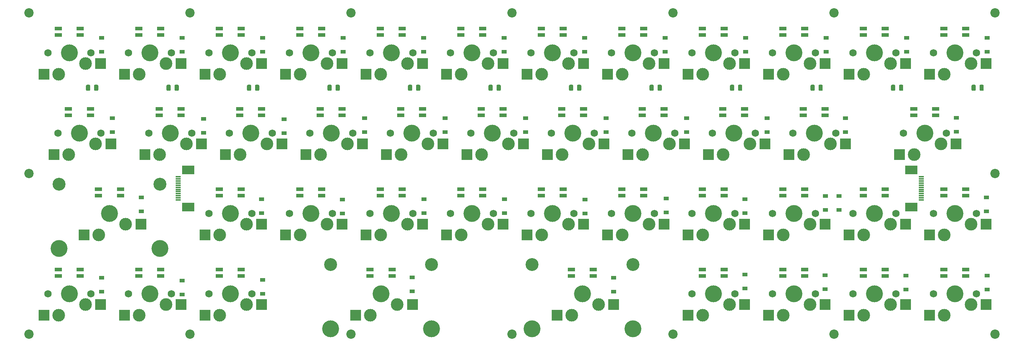
<source format=gbr>
%TF.GenerationSoftware,KiCad,Pcbnew,(5.1.10)-1*%
%TF.CreationDate,2021-09-02T23:13:25-06:00*%
%TF.ProjectId,MX43,4d583433-2e6b-4696-9361-645f70636258,rev?*%
%TF.SameCoordinates,Original*%
%TF.FileFunction,Soldermask,Bot*%
%TF.FilePolarity,Negative*%
%FSLAX46Y46*%
G04 Gerber Fmt 4.6, Leading zero omitted, Abs format (unit mm)*
G04 Created by KiCad (PCBNEW (5.1.10)-1) date 2021-09-02 23:13:25*
%MOMM*%
%LPD*%
G01*
G04 APERTURE LIST*
%ADD10R,1.800000X0.900000*%
%ADD11C,3.050000*%
%ADD12C,4.000000*%
%ADD13R,2.550000X2.500000*%
%ADD14C,3.000000*%
%ADD15C,1.750000*%
%ADD16C,2.200000*%
%ADD17R,3.000000X2.000000*%
%ADD18R,1.300000X0.300000*%
%ADD19R,1.200000X0.900000*%
G04 APERTURE END LIST*
D10*
%TO.C,U39*%
X179772000Y-111040000D03*
X179772000Y-112540000D03*
X184972000Y-111040000D03*
X184972000Y-112540000D03*
D11*
X170434000Y-109840000D03*
D12*
X170434000Y-125080000D03*
X194310000Y-125080000D03*
D11*
X194310000Y-109840000D03*
D13*
X176357000Y-121920000D03*
X189782000Y-119380000D03*
D14*
X179832000Y-121920000D03*
X186182000Y-119380000D03*
D12*
X182372000Y-116840000D03*
%TD*%
D10*
%TO.C,U18*%
X158436000Y-72940000D03*
X158436000Y-74440000D03*
X163636000Y-72940000D03*
X163636000Y-74440000D03*
D13*
X155021000Y-83820000D03*
X168446000Y-81280000D03*
D14*
X158496000Y-83820000D03*
X164846000Y-81280000D03*
D15*
X155956000Y-78740000D03*
X166116000Y-78740000D03*
D12*
X161036000Y-78740000D03*
%TD*%
D10*
%TO.C,U13*%
X60773000Y-72940000D03*
X60773000Y-74440000D03*
X65973000Y-72940000D03*
X65973000Y-74440000D03*
D13*
X57358000Y-83820000D03*
X70783000Y-81280000D03*
D14*
X60833000Y-83820000D03*
X67183000Y-81280000D03*
D15*
X58293000Y-78740000D03*
X68453000Y-78740000D03*
D12*
X63373000Y-78740000D03*
%TD*%
D10*
%TO.C,U20*%
X196536000Y-72940000D03*
X196536000Y-74440000D03*
X201736000Y-72940000D03*
X201736000Y-74440000D03*
D13*
X193121000Y-83820000D03*
X206546000Y-81280000D03*
D14*
X196596000Y-83820000D03*
X202946000Y-81280000D03*
D15*
X194056000Y-78740000D03*
X204216000Y-78740000D03*
D12*
X199136000Y-78740000D03*
%TD*%
D10*
%TO.C,U21*%
X215586000Y-72940000D03*
X215586000Y-74440000D03*
X220786000Y-72940000D03*
X220786000Y-74440000D03*
D13*
X212171000Y-83820000D03*
X225596000Y-81280000D03*
D14*
X215646000Y-83820000D03*
X221996000Y-81280000D03*
D15*
X213106000Y-78740000D03*
X223266000Y-78740000D03*
D12*
X218186000Y-78740000D03*
%TD*%
D10*
%TO.C,U34*%
X267910000Y-91990000D03*
X267910000Y-93490000D03*
X273110000Y-91990000D03*
X273110000Y-93490000D03*
D13*
X264495000Y-102870000D03*
X277920000Y-100330000D03*
D14*
X267970000Y-102870000D03*
X274320000Y-100330000D03*
D15*
X265430000Y-97790000D03*
X275590000Y-97790000D03*
D12*
X270510000Y-97790000D03*
%TD*%
D10*
%TO.C,U43*%
X267910000Y-111040000D03*
X267910000Y-112540000D03*
X273110000Y-111040000D03*
X273110000Y-112540000D03*
D13*
X264495000Y-121920000D03*
X277920000Y-119380000D03*
D14*
X267970000Y-121920000D03*
X274320000Y-119380000D03*
D15*
X265430000Y-116840000D03*
X275590000Y-116840000D03*
D12*
X270510000Y-116840000D03*
%TD*%
D10*
%TO.C,U40*%
X210760000Y-111040000D03*
X210760000Y-112540000D03*
X215960000Y-111040000D03*
X215960000Y-112540000D03*
D13*
X207345000Y-121920000D03*
X220770000Y-119380000D03*
D14*
X210820000Y-121920000D03*
X217170000Y-119380000D03*
D15*
X208280000Y-116840000D03*
X218440000Y-116840000D03*
D12*
X213360000Y-116840000D03*
%TD*%
D10*
%TO.C,U38*%
X132147000Y-111040000D03*
X132147000Y-112540000D03*
X137347000Y-111040000D03*
X137347000Y-112540000D03*
D11*
X122809000Y-109840000D03*
D12*
X122809000Y-125080000D03*
X146685000Y-125080000D03*
D11*
X146685000Y-109840000D03*
D13*
X128732000Y-121920000D03*
X142157000Y-119380000D03*
D14*
X132207000Y-121920000D03*
X138557000Y-119380000D03*
D12*
X134747000Y-116840000D03*
%TD*%
D10*
%TO.C,U35*%
X58360000Y-111040000D03*
X58360000Y-112540000D03*
X63560000Y-111040000D03*
X63560000Y-112540000D03*
D13*
X54945000Y-121920000D03*
X68370000Y-119380000D03*
D14*
X58420000Y-121920000D03*
X64770000Y-119380000D03*
D15*
X55880000Y-116840000D03*
X66040000Y-116840000D03*
D12*
X60960000Y-116840000D03*
%TD*%
D10*
%TO.C,U24*%
X67885000Y-91990000D03*
X67885000Y-93490000D03*
X73085000Y-91990000D03*
X73085000Y-93490000D03*
D11*
X58547000Y-90790000D03*
D12*
X58547000Y-106030000D03*
X82423000Y-106030000D03*
D11*
X82423000Y-90790000D03*
D13*
X64470000Y-102870000D03*
X77895000Y-100330000D03*
D14*
X67945000Y-102870000D03*
X74295000Y-100330000D03*
D12*
X70485000Y-97790000D03*
%TD*%
D10*
%TO.C,U42*%
X248860000Y-111040000D03*
X248860000Y-112540000D03*
X254060000Y-111040000D03*
X254060000Y-112540000D03*
D13*
X245445000Y-121920000D03*
X258870000Y-119380000D03*
D14*
X248920000Y-121920000D03*
X255270000Y-119380000D03*
D15*
X246380000Y-116840000D03*
X256540000Y-116840000D03*
D12*
X251460000Y-116840000D03*
%TD*%
D10*
%TO.C,U23*%
X260798000Y-72940000D03*
X260798000Y-74440000D03*
X265998000Y-72940000D03*
X265998000Y-74440000D03*
D13*
X257383000Y-83820000D03*
X270808000Y-81280000D03*
D14*
X260858000Y-83820000D03*
X267208000Y-81280000D03*
D15*
X258318000Y-78740000D03*
X268478000Y-78740000D03*
D12*
X263398000Y-78740000D03*
%TD*%
D16*
%TO.C,H16*%
X280035000Y-88265000D03*
%TD*%
%TO.C,H15*%
X241935000Y-126365000D03*
%TD*%
%TO.C,H14*%
X165735000Y-126365000D03*
%TD*%
%TO.C,H13*%
X89535000Y-126365000D03*
%TD*%
%TO.C,H12*%
X241935000Y-50165000D03*
%TD*%
%TO.C,H11*%
X165735000Y-50165000D03*
%TD*%
%TO.C,H10*%
X89535000Y-50165000D03*
%TD*%
%TO.C,H9*%
X51435000Y-88265000D03*
%TD*%
D17*
%TO.C,J2*%
X89100000Y-96200000D03*
X89100000Y-87400000D03*
D18*
X86750000Y-89050000D03*
X86750000Y-89550000D03*
X86750000Y-90050000D03*
X86750000Y-90550000D03*
X86750000Y-91050000D03*
X86750000Y-91550000D03*
X86750000Y-92050000D03*
X86750000Y-92550000D03*
X86750000Y-93050000D03*
X86750000Y-93550000D03*
X86750000Y-94050000D03*
X86750000Y-94550000D03*
%TD*%
D17*
%TO.C,J1*%
X260247000Y-87400000D03*
X260247000Y-96200000D03*
D18*
X262597000Y-94550000D03*
X262597000Y-94050000D03*
X262597000Y-93550000D03*
X262597000Y-93050000D03*
X262597000Y-92550000D03*
X262597000Y-92050000D03*
X262597000Y-91550000D03*
X262597000Y-91050000D03*
X262597000Y-90550000D03*
X262597000Y-90050000D03*
X262597000Y-89550000D03*
X262597000Y-89050000D03*
%TD*%
%TO.C,C12*%
G36*
G01*
X276355000Y-68420000D02*
X276355000Y-67470000D01*
G75*
G02*
X276605000Y-67220000I250000J0D01*
G01*
X277105000Y-67220000D01*
G75*
G02*
X277355000Y-67470000I0J-250000D01*
G01*
X277355000Y-68420000D01*
G75*
G02*
X277105000Y-68670000I-250000J0D01*
G01*
X276605000Y-68670000D01*
G75*
G02*
X276355000Y-68420000I0J250000D01*
G01*
G37*
G36*
G01*
X274455000Y-68420000D02*
X274455000Y-67470000D01*
G75*
G02*
X274705000Y-67220000I250000J0D01*
G01*
X275205000Y-67220000D01*
G75*
G02*
X275455000Y-67470000I0J-250000D01*
G01*
X275455000Y-68420000D01*
G75*
G02*
X275205000Y-68670000I-250000J0D01*
G01*
X274705000Y-68670000D01*
G75*
G02*
X274455000Y-68420000I0J250000D01*
G01*
G37*
%TD*%
%TO.C,C11*%
G36*
G01*
X257305000Y-68420000D02*
X257305000Y-67470000D01*
G75*
G02*
X257555000Y-67220000I250000J0D01*
G01*
X258055000Y-67220000D01*
G75*
G02*
X258305000Y-67470000I0J-250000D01*
G01*
X258305000Y-68420000D01*
G75*
G02*
X258055000Y-68670000I-250000J0D01*
G01*
X257555000Y-68670000D01*
G75*
G02*
X257305000Y-68420000I0J250000D01*
G01*
G37*
G36*
G01*
X255405000Y-68420000D02*
X255405000Y-67470000D01*
G75*
G02*
X255655000Y-67220000I250000J0D01*
G01*
X256155000Y-67220000D01*
G75*
G02*
X256405000Y-67470000I0J-250000D01*
G01*
X256405000Y-68420000D01*
G75*
G02*
X256155000Y-68670000I-250000J0D01*
G01*
X255655000Y-68670000D01*
G75*
G02*
X255405000Y-68420000I0J250000D01*
G01*
G37*
%TD*%
%TO.C,C10*%
G36*
G01*
X238255000Y-68420000D02*
X238255000Y-67470000D01*
G75*
G02*
X238505000Y-67220000I250000J0D01*
G01*
X239005000Y-67220000D01*
G75*
G02*
X239255000Y-67470000I0J-250000D01*
G01*
X239255000Y-68420000D01*
G75*
G02*
X239005000Y-68670000I-250000J0D01*
G01*
X238505000Y-68670000D01*
G75*
G02*
X238255000Y-68420000I0J250000D01*
G01*
G37*
G36*
G01*
X236355000Y-68420000D02*
X236355000Y-67470000D01*
G75*
G02*
X236605000Y-67220000I250000J0D01*
G01*
X237105000Y-67220000D01*
G75*
G02*
X237355000Y-67470000I0J-250000D01*
G01*
X237355000Y-68420000D01*
G75*
G02*
X237105000Y-68670000I-250000J0D01*
G01*
X236605000Y-68670000D01*
G75*
G02*
X236355000Y-68420000I0J250000D01*
G01*
G37*
%TD*%
%TO.C,C9*%
G36*
G01*
X219205000Y-68420000D02*
X219205000Y-67470000D01*
G75*
G02*
X219455000Y-67220000I250000J0D01*
G01*
X219955000Y-67220000D01*
G75*
G02*
X220205000Y-67470000I0J-250000D01*
G01*
X220205000Y-68420000D01*
G75*
G02*
X219955000Y-68670000I-250000J0D01*
G01*
X219455000Y-68670000D01*
G75*
G02*
X219205000Y-68420000I0J250000D01*
G01*
G37*
G36*
G01*
X217305000Y-68420000D02*
X217305000Y-67470000D01*
G75*
G02*
X217555000Y-67220000I250000J0D01*
G01*
X218055000Y-67220000D01*
G75*
G02*
X218305000Y-67470000I0J-250000D01*
G01*
X218305000Y-68420000D01*
G75*
G02*
X218055000Y-68670000I-250000J0D01*
G01*
X217555000Y-68670000D01*
G75*
G02*
X217305000Y-68420000I0J250000D01*
G01*
G37*
%TD*%
%TO.C,C8*%
G36*
G01*
X200160000Y-68420000D02*
X200160000Y-67470000D01*
G75*
G02*
X200410000Y-67220000I250000J0D01*
G01*
X200910000Y-67220000D01*
G75*
G02*
X201160000Y-67470000I0J-250000D01*
G01*
X201160000Y-68420000D01*
G75*
G02*
X200910000Y-68670000I-250000J0D01*
G01*
X200410000Y-68670000D01*
G75*
G02*
X200160000Y-68420000I0J250000D01*
G01*
G37*
G36*
G01*
X198260000Y-68420000D02*
X198260000Y-67470000D01*
G75*
G02*
X198510000Y-67220000I250000J0D01*
G01*
X199010000Y-67220000D01*
G75*
G02*
X199260000Y-67470000I0J-250000D01*
G01*
X199260000Y-68420000D01*
G75*
G02*
X199010000Y-68670000I-250000J0D01*
G01*
X198510000Y-68670000D01*
G75*
G02*
X198260000Y-68420000I0J250000D01*
G01*
G37*
%TD*%
%TO.C,C7*%
G36*
G01*
X181110000Y-68420000D02*
X181110000Y-67470000D01*
G75*
G02*
X181360000Y-67220000I250000J0D01*
G01*
X181860000Y-67220000D01*
G75*
G02*
X182110000Y-67470000I0J-250000D01*
G01*
X182110000Y-68420000D01*
G75*
G02*
X181860000Y-68670000I-250000J0D01*
G01*
X181360000Y-68670000D01*
G75*
G02*
X181110000Y-68420000I0J250000D01*
G01*
G37*
G36*
G01*
X179210000Y-68420000D02*
X179210000Y-67470000D01*
G75*
G02*
X179460000Y-67220000I250000J0D01*
G01*
X179960000Y-67220000D01*
G75*
G02*
X180210000Y-67470000I0J-250000D01*
G01*
X180210000Y-68420000D01*
G75*
G02*
X179960000Y-68670000I-250000J0D01*
G01*
X179460000Y-68670000D01*
G75*
G02*
X179210000Y-68420000I0J250000D01*
G01*
G37*
%TD*%
%TO.C,C6*%
G36*
G01*
X162060000Y-68420000D02*
X162060000Y-67470000D01*
G75*
G02*
X162310000Y-67220000I250000J0D01*
G01*
X162810000Y-67220000D01*
G75*
G02*
X163060000Y-67470000I0J-250000D01*
G01*
X163060000Y-68420000D01*
G75*
G02*
X162810000Y-68670000I-250000J0D01*
G01*
X162310000Y-68670000D01*
G75*
G02*
X162060000Y-68420000I0J250000D01*
G01*
G37*
G36*
G01*
X160160000Y-68420000D02*
X160160000Y-67470000D01*
G75*
G02*
X160410000Y-67220000I250000J0D01*
G01*
X160910000Y-67220000D01*
G75*
G02*
X161160000Y-67470000I0J-250000D01*
G01*
X161160000Y-68420000D01*
G75*
G02*
X160910000Y-68670000I-250000J0D01*
G01*
X160410000Y-68670000D01*
G75*
G02*
X160160000Y-68420000I0J250000D01*
G01*
G37*
%TD*%
%TO.C,C5*%
G36*
G01*
X143010000Y-68420000D02*
X143010000Y-67470000D01*
G75*
G02*
X143260000Y-67220000I250000J0D01*
G01*
X143760000Y-67220000D01*
G75*
G02*
X144010000Y-67470000I0J-250000D01*
G01*
X144010000Y-68420000D01*
G75*
G02*
X143760000Y-68670000I-250000J0D01*
G01*
X143260000Y-68670000D01*
G75*
G02*
X143010000Y-68420000I0J250000D01*
G01*
G37*
G36*
G01*
X141110000Y-68420000D02*
X141110000Y-67470000D01*
G75*
G02*
X141360000Y-67220000I250000J0D01*
G01*
X141860000Y-67220000D01*
G75*
G02*
X142110000Y-67470000I0J-250000D01*
G01*
X142110000Y-68420000D01*
G75*
G02*
X141860000Y-68670000I-250000J0D01*
G01*
X141360000Y-68670000D01*
G75*
G02*
X141110000Y-68420000I0J250000D01*
G01*
G37*
%TD*%
%TO.C,C4*%
G36*
G01*
X123960000Y-68420000D02*
X123960000Y-67470000D01*
G75*
G02*
X124210000Y-67220000I250000J0D01*
G01*
X124710000Y-67220000D01*
G75*
G02*
X124960000Y-67470000I0J-250000D01*
G01*
X124960000Y-68420000D01*
G75*
G02*
X124710000Y-68670000I-250000J0D01*
G01*
X124210000Y-68670000D01*
G75*
G02*
X123960000Y-68420000I0J250000D01*
G01*
G37*
G36*
G01*
X122060000Y-68420000D02*
X122060000Y-67470000D01*
G75*
G02*
X122310000Y-67220000I250000J0D01*
G01*
X122810000Y-67220000D01*
G75*
G02*
X123060000Y-67470000I0J-250000D01*
G01*
X123060000Y-68420000D01*
G75*
G02*
X122810000Y-68670000I-250000J0D01*
G01*
X122310000Y-68670000D01*
G75*
G02*
X122060000Y-68420000I0J250000D01*
G01*
G37*
%TD*%
%TO.C,C3*%
G36*
G01*
X104910000Y-68420000D02*
X104910000Y-67470000D01*
G75*
G02*
X105160000Y-67220000I250000J0D01*
G01*
X105660000Y-67220000D01*
G75*
G02*
X105910000Y-67470000I0J-250000D01*
G01*
X105910000Y-68420000D01*
G75*
G02*
X105660000Y-68670000I-250000J0D01*
G01*
X105160000Y-68670000D01*
G75*
G02*
X104910000Y-68420000I0J250000D01*
G01*
G37*
G36*
G01*
X103010000Y-68420000D02*
X103010000Y-67470000D01*
G75*
G02*
X103260000Y-67220000I250000J0D01*
G01*
X103760000Y-67220000D01*
G75*
G02*
X104010000Y-67470000I0J-250000D01*
G01*
X104010000Y-68420000D01*
G75*
G02*
X103760000Y-68670000I-250000J0D01*
G01*
X103260000Y-68670000D01*
G75*
G02*
X103010000Y-68420000I0J250000D01*
G01*
G37*
%TD*%
%TO.C,C2*%
G36*
G01*
X85860000Y-68420000D02*
X85860000Y-67470000D01*
G75*
G02*
X86110000Y-67220000I250000J0D01*
G01*
X86610000Y-67220000D01*
G75*
G02*
X86860000Y-67470000I0J-250000D01*
G01*
X86860000Y-68420000D01*
G75*
G02*
X86610000Y-68670000I-250000J0D01*
G01*
X86110000Y-68670000D01*
G75*
G02*
X85860000Y-68420000I0J250000D01*
G01*
G37*
G36*
G01*
X83960000Y-68420000D02*
X83960000Y-67470000D01*
G75*
G02*
X84210000Y-67220000I250000J0D01*
G01*
X84710000Y-67220000D01*
G75*
G02*
X84960000Y-67470000I0J-250000D01*
G01*
X84960000Y-68420000D01*
G75*
G02*
X84710000Y-68670000I-250000J0D01*
G01*
X84210000Y-68670000D01*
G75*
G02*
X83960000Y-68420000I0J250000D01*
G01*
G37*
%TD*%
%TO.C,C1*%
G36*
G01*
X66810000Y-68420000D02*
X66810000Y-67470000D01*
G75*
G02*
X67060000Y-67220000I250000J0D01*
G01*
X67560000Y-67220000D01*
G75*
G02*
X67810000Y-67470000I0J-250000D01*
G01*
X67810000Y-68420000D01*
G75*
G02*
X67560000Y-68670000I-250000J0D01*
G01*
X67060000Y-68670000D01*
G75*
G02*
X66810000Y-68420000I0J250000D01*
G01*
G37*
G36*
G01*
X64910000Y-68420000D02*
X64910000Y-67470000D01*
G75*
G02*
X65160000Y-67220000I250000J0D01*
G01*
X65660000Y-67220000D01*
G75*
G02*
X65910000Y-67470000I0J-250000D01*
G01*
X65910000Y-68420000D01*
G75*
G02*
X65660000Y-68670000I-250000J0D01*
G01*
X65160000Y-68670000D01*
G75*
G02*
X64910000Y-68420000I0J250000D01*
G01*
G37*
%TD*%
D10*
%TO.C,U41*%
X229810000Y-111040000D03*
X229810000Y-112540000D03*
X235010000Y-111040000D03*
X235010000Y-112540000D03*
D13*
X226395000Y-121920000D03*
X239820000Y-119380000D03*
D14*
X229870000Y-121920000D03*
X236220000Y-119380000D03*
D15*
X227330000Y-116840000D03*
X237490000Y-116840000D03*
D12*
X232410000Y-116840000D03*
%TD*%
D10*
%TO.C,U37*%
X96460000Y-111040000D03*
X96460000Y-112540000D03*
X101660000Y-111040000D03*
X101660000Y-112540000D03*
D13*
X93045000Y-121920000D03*
X106470000Y-119380000D03*
D14*
X96520000Y-121920000D03*
X102870000Y-119380000D03*
D15*
X93980000Y-116840000D03*
X104140000Y-116840000D03*
D12*
X99060000Y-116840000D03*
%TD*%
D10*
%TO.C,U36*%
X77410000Y-111040000D03*
X77410000Y-112540000D03*
X82610000Y-111040000D03*
X82610000Y-112540000D03*
D13*
X73995000Y-121920000D03*
X87420000Y-119380000D03*
D14*
X77470000Y-121920000D03*
X83820000Y-119380000D03*
D15*
X74930000Y-116840000D03*
X85090000Y-116840000D03*
D12*
X80010000Y-116840000D03*
%TD*%
D10*
%TO.C,U33*%
X248860000Y-91990000D03*
X248860000Y-93490000D03*
X254060000Y-91990000D03*
X254060000Y-93490000D03*
D13*
X245445000Y-102870000D03*
X258870000Y-100330000D03*
D14*
X248920000Y-102870000D03*
X255270000Y-100330000D03*
D15*
X246380000Y-97790000D03*
X256540000Y-97790000D03*
D12*
X251460000Y-97790000D03*
%TD*%
D10*
%TO.C,U32*%
X229810000Y-91990000D03*
X229810000Y-93490000D03*
X235010000Y-91990000D03*
X235010000Y-93490000D03*
D13*
X226395000Y-102870000D03*
X239820000Y-100330000D03*
D14*
X229870000Y-102870000D03*
X236220000Y-100330000D03*
D15*
X227330000Y-97790000D03*
X237490000Y-97790000D03*
D12*
X232410000Y-97790000D03*
%TD*%
D10*
%TO.C,U31*%
X210760000Y-91990000D03*
X210760000Y-93490000D03*
X215960000Y-91990000D03*
X215960000Y-93490000D03*
D13*
X207345000Y-102870000D03*
X220770000Y-100330000D03*
D14*
X210820000Y-102870000D03*
X217170000Y-100330000D03*
D15*
X208280000Y-97790000D03*
X218440000Y-97790000D03*
D12*
X213360000Y-97790000D03*
%TD*%
D10*
%TO.C,U30*%
X191710000Y-91990000D03*
X191710000Y-93490000D03*
X196910000Y-91990000D03*
X196910000Y-93490000D03*
D13*
X188295000Y-102870000D03*
X201720000Y-100330000D03*
D14*
X191770000Y-102870000D03*
X198120000Y-100330000D03*
D15*
X189230000Y-97790000D03*
X199390000Y-97790000D03*
D12*
X194310000Y-97790000D03*
%TD*%
D10*
%TO.C,U29*%
X172660000Y-91990000D03*
X172660000Y-93490000D03*
X177860000Y-91990000D03*
X177860000Y-93490000D03*
D13*
X169245000Y-102870000D03*
X182670000Y-100330000D03*
D14*
X172720000Y-102870000D03*
X179070000Y-100330000D03*
D15*
X170180000Y-97790000D03*
X180340000Y-97790000D03*
D12*
X175260000Y-97790000D03*
%TD*%
D10*
%TO.C,U28*%
X153610000Y-91990000D03*
X153610000Y-93490000D03*
X158810000Y-91990000D03*
X158810000Y-93490000D03*
D13*
X150195000Y-102870000D03*
X163620000Y-100330000D03*
D14*
X153670000Y-102870000D03*
X160020000Y-100330000D03*
D15*
X151130000Y-97790000D03*
X161290000Y-97790000D03*
D12*
X156210000Y-97790000D03*
%TD*%
D10*
%TO.C,U27*%
X134560000Y-91990000D03*
X134560000Y-93490000D03*
X139760000Y-91990000D03*
X139760000Y-93490000D03*
D13*
X131145000Y-102870000D03*
X144570000Y-100330000D03*
D14*
X134620000Y-102870000D03*
X140970000Y-100330000D03*
D15*
X132080000Y-97790000D03*
X142240000Y-97790000D03*
D12*
X137160000Y-97790000D03*
%TD*%
D10*
%TO.C,U26*%
X115510000Y-91990000D03*
X115510000Y-93490000D03*
X120710000Y-91990000D03*
X120710000Y-93490000D03*
D13*
X112095000Y-102870000D03*
X125520000Y-100330000D03*
D14*
X115570000Y-102870000D03*
X121920000Y-100330000D03*
D15*
X113030000Y-97790000D03*
X123190000Y-97790000D03*
D12*
X118110000Y-97790000D03*
%TD*%
D10*
%TO.C,U25*%
X96460000Y-91990000D03*
X96460000Y-93490000D03*
X101660000Y-91990000D03*
X101660000Y-93490000D03*
D13*
X93045000Y-102870000D03*
X106470000Y-100330000D03*
D14*
X96520000Y-102870000D03*
X102870000Y-100330000D03*
D15*
X93980000Y-97790000D03*
X104140000Y-97790000D03*
D12*
X99060000Y-97790000D03*
%TD*%
D10*
%TO.C,U22*%
X234636000Y-72940000D03*
X234636000Y-74440000D03*
X239836000Y-72940000D03*
X239836000Y-74440000D03*
D13*
X231221000Y-83820000D03*
X244646000Y-81280000D03*
D14*
X234696000Y-83820000D03*
X241046000Y-81280000D03*
D15*
X232156000Y-78740000D03*
X242316000Y-78740000D03*
D12*
X237236000Y-78740000D03*
%TD*%
D10*
%TO.C,U19*%
X177486000Y-72940000D03*
X177486000Y-74440000D03*
X182686000Y-72940000D03*
X182686000Y-74440000D03*
D13*
X174071000Y-83820000D03*
X187496000Y-81280000D03*
D14*
X177546000Y-83820000D03*
X183896000Y-81280000D03*
D15*
X175006000Y-78740000D03*
X185166000Y-78740000D03*
D12*
X180086000Y-78740000D03*
%TD*%
D10*
%TO.C,U17*%
X139386000Y-72940000D03*
X139386000Y-74440000D03*
X144586000Y-72940000D03*
X144586000Y-74440000D03*
D13*
X135971000Y-83820000D03*
X149396000Y-81280000D03*
D14*
X139446000Y-83820000D03*
X145796000Y-81280000D03*
D15*
X136906000Y-78740000D03*
X147066000Y-78740000D03*
D12*
X141986000Y-78740000D03*
%TD*%
D10*
%TO.C,U16*%
X120336000Y-72940000D03*
X120336000Y-74440000D03*
X125536000Y-72940000D03*
X125536000Y-74440000D03*
D13*
X116921000Y-83820000D03*
X130346000Y-81280000D03*
D14*
X120396000Y-83820000D03*
X126746000Y-81280000D03*
D15*
X117856000Y-78740000D03*
X128016000Y-78740000D03*
D12*
X122936000Y-78740000D03*
%TD*%
D10*
%TO.C,U15*%
X101286000Y-72940000D03*
X101286000Y-74440000D03*
X106486000Y-72940000D03*
X106486000Y-74440000D03*
D13*
X97871000Y-83820000D03*
X111296000Y-81280000D03*
D14*
X101346000Y-83820000D03*
X107696000Y-81280000D03*
D15*
X98806000Y-78740000D03*
X108966000Y-78740000D03*
D12*
X103886000Y-78740000D03*
%TD*%
D10*
%TO.C,U14*%
X82236000Y-72940000D03*
X82236000Y-74440000D03*
X87436000Y-72940000D03*
X87436000Y-74440000D03*
D13*
X78821000Y-83820000D03*
X92246000Y-81280000D03*
D14*
X82296000Y-83820000D03*
X88646000Y-81280000D03*
D15*
X79756000Y-78740000D03*
X89916000Y-78740000D03*
D12*
X84836000Y-78740000D03*
%TD*%
D10*
%TO.C,U12*%
X267910000Y-53890000D03*
X267910000Y-55390000D03*
X273110000Y-53890000D03*
X273110000Y-55390000D03*
D13*
X264495000Y-64770000D03*
X277920000Y-62230000D03*
D14*
X267970000Y-64770000D03*
X274320000Y-62230000D03*
D15*
X265430000Y-59690000D03*
X275590000Y-59690000D03*
D12*
X270510000Y-59690000D03*
%TD*%
D10*
%TO.C,U11*%
X248860000Y-53890000D03*
X248860000Y-55390000D03*
X254060000Y-53890000D03*
X254060000Y-55390000D03*
D13*
X245445000Y-64770000D03*
X258870000Y-62230000D03*
D14*
X248920000Y-64770000D03*
X255270000Y-62230000D03*
D15*
X246380000Y-59690000D03*
X256540000Y-59690000D03*
D12*
X251460000Y-59690000D03*
%TD*%
D10*
%TO.C,U10*%
X229810000Y-53890000D03*
X229810000Y-55390000D03*
X235010000Y-53890000D03*
X235010000Y-55390000D03*
D13*
X226395000Y-64770000D03*
X239820000Y-62230000D03*
D14*
X229870000Y-64770000D03*
X236220000Y-62230000D03*
D15*
X227330000Y-59690000D03*
X237490000Y-59690000D03*
D12*
X232410000Y-59690000D03*
%TD*%
D10*
%TO.C,U9*%
X210760000Y-53890000D03*
X210760000Y-55390000D03*
X215960000Y-53890000D03*
X215960000Y-55390000D03*
D13*
X207345000Y-64770000D03*
X220770000Y-62230000D03*
D14*
X210820000Y-64770000D03*
X217170000Y-62230000D03*
D15*
X208280000Y-59690000D03*
X218440000Y-59690000D03*
D12*
X213360000Y-59690000D03*
%TD*%
D10*
%TO.C,U8*%
X191710000Y-53890000D03*
X191710000Y-55390000D03*
X196910000Y-53890000D03*
X196910000Y-55390000D03*
D13*
X188295000Y-64770000D03*
X201720000Y-62230000D03*
D14*
X191770000Y-64770000D03*
X198120000Y-62230000D03*
D15*
X189230000Y-59690000D03*
X199390000Y-59690000D03*
D12*
X194310000Y-59690000D03*
%TD*%
D10*
%TO.C,U7*%
X172660000Y-53890000D03*
X172660000Y-55390000D03*
X177860000Y-53890000D03*
X177860000Y-55390000D03*
D13*
X169245000Y-64770000D03*
X182670000Y-62230000D03*
D14*
X172720000Y-64770000D03*
X179070000Y-62230000D03*
D15*
X170180000Y-59690000D03*
X180340000Y-59690000D03*
D12*
X175260000Y-59690000D03*
%TD*%
D10*
%TO.C,U6*%
X153610000Y-53890000D03*
X153610000Y-55390000D03*
X158810000Y-53890000D03*
X158810000Y-55390000D03*
D13*
X150195000Y-64770000D03*
X163620000Y-62230000D03*
D14*
X153670000Y-64770000D03*
X160020000Y-62230000D03*
D15*
X151130000Y-59690000D03*
X161290000Y-59690000D03*
D12*
X156210000Y-59690000D03*
%TD*%
D10*
%TO.C,U5*%
X134560000Y-53890000D03*
X134560000Y-55390000D03*
X139760000Y-53890000D03*
X139760000Y-55390000D03*
D13*
X131145000Y-64770000D03*
X144570000Y-62230000D03*
D14*
X134620000Y-64770000D03*
X140970000Y-62230000D03*
D15*
X132080000Y-59690000D03*
X142240000Y-59690000D03*
D12*
X137160000Y-59690000D03*
%TD*%
D10*
%TO.C,U4*%
X115510000Y-53890000D03*
X115510000Y-55390000D03*
X120710000Y-53890000D03*
X120710000Y-55390000D03*
D13*
X112095000Y-64770000D03*
X125520000Y-62230000D03*
D14*
X115570000Y-64770000D03*
X121920000Y-62230000D03*
D15*
X113030000Y-59690000D03*
X123190000Y-59690000D03*
D12*
X118110000Y-59690000D03*
%TD*%
D10*
%TO.C,U3*%
X96460000Y-53890000D03*
X96460000Y-55390000D03*
X101660000Y-53890000D03*
X101660000Y-55390000D03*
D13*
X93045000Y-64770000D03*
X106470000Y-62230000D03*
D14*
X96520000Y-64770000D03*
X102870000Y-62230000D03*
D15*
X93980000Y-59690000D03*
X104140000Y-59690000D03*
D12*
X99060000Y-59690000D03*
%TD*%
D10*
%TO.C,U2*%
X77410000Y-53890000D03*
X77410000Y-55390000D03*
X82610000Y-53890000D03*
X82610000Y-55390000D03*
D13*
X73995000Y-64770000D03*
X87420000Y-62230000D03*
D14*
X77470000Y-64770000D03*
X83820000Y-62230000D03*
D15*
X74930000Y-59690000D03*
X85090000Y-59690000D03*
D12*
X80010000Y-59690000D03*
%TD*%
D10*
%TO.C,U1*%
X58360000Y-53890000D03*
X58360000Y-55390000D03*
X63560000Y-53890000D03*
X63560000Y-55390000D03*
D13*
X54945000Y-64770000D03*
X68370000Y-62230000D03*
D14*
X58420000Y-64770000D03*
X64770000Y-62230000D03*
D15*
X55880000Y-59690000D03*
X66040000Y-59690000D03*
D12*
X60960000Y-59690000D03*
%TD*%
D16*
%TO.C,H8*%
X280035000Y-126365000D03*
%TD*%
%TO.C,H4*%
X203835000Y-126365000D03*
%TD*%
%TO.C,H7*%
X127635000Y-126365000D03*
%TD*%
%TO.C,H3*%
X51435000Y-126365000D03*
%TD*%
%TO.C,H6*%
X280035000Y-50165000D03*
%TD*%
%TO.C,H2*%
X203835000Y-50165000D03*
%TD*%
%TO.C,H5*%
X127635000Y-50165000D03*
%TD*%
%TO.C,H1*%
X51435000Y-50165000D03*
%TD*%
D19*
%TO.C,D1*%
X68580000Y-56135000D03*
X68580000Y-59435000D03*
%TD*%
%TO.C,D13*%
X71120000Y-75185000D03*
X71120000Y-78485000D03*
%TD*%
%TO.C,D25*%
X106426000Y-97662000D03*
X106426000Y-94362000D03*
%TD*%
%TO.C,D37*%
X106680000Y-116840000D03*
X106680000Y-113540000D03*
%TD*%
%TO.C,D2*%
X87630000Y-56135000D03*
X87630000Y-59435000D03*
%TD*%
%TO.C,D14*%
X92710000Y-78613000D03*
X92710000Y-75313000D03*
%TD*%
%TO.C,D26*%
X125603000Y-94490000D03*
X125603000Y-97790000D03*
%TD*%
%TO.C,D38*%
X142113000Y-112905000D03*
X142113000Y-116205000D03*
%TD*%
%TO.C,D3*%
X106680000Y-59435000D03*
X106680000Y-56135000D03*
%TD*%
%TO.C,D15*%
X111760000Y-78740000D03*
X111760000Y-75440000D03*
%TD*%
%TO.C,D27*%
X144907000Y-97663000D03*
X144907000Y-94363000D03*
%TD*%
%TO.C,D39*%
X189738000Y-116332000D03*
X189738000Y-113032000D03*
%TD*%
%TO.C,D4*%
X125730000Y-56135000D03*
X125730000Y-59435000D03*
%TD*%
%TO.C,D16*%
X130810000Y-78485000D03*
X130810000Y-75185000D03*
%TD*%
%TO.C,D28*%
X163957000Y-94362000D03*
X163957000Y-97662000D03*
%TD*%
%TO.C,D40*%
X220853000Y-112270000D03*
X220853000Y-115570000D03*
%TD*%
%TO.C,D5*%
X144780000Y-56135000D03*
X144780000Y-59435000D03*
%TD*%
%TO.C,D17*%
X149860000Y-78485000D03*
X149860000Y-75185000D03*
%TD*%
%TO.C,D29*%
X183007000Y-97790000D03*
X183007000Y-94490000D03*
%TD*%
%TO.C,D41*%
X239776000Y-115697000D03*
X239776000Y-112397000D03*
%TD*%
%TO.C,D6*%
X163830000Y-56135000D03*
X163830000Y-59435000D03*
%TD*%
%TO.C,D18*%
X168910000Y-75185000D03*
X168910000Y-78485000D03*
%TD*%
%TO.C,D30*%
X202184000Y-94236000D03*
X202184000Y-97536000D03*
%TD*%
%TO.C,D42*%
X258953000Y-112524000D03*
X258953000Y-115824000D03*
%TD*%
%TO.C,D7*%
X182880000Y-56135000D03*
X182880000Y-59435000D03*
%TD*%
%TO.C,D19*%
X187960000Y-78485000D03*
X187960000Y-75185000D03*
%TD*%
%TO.C,D31*%
X220853000Y-97663000D03*
X220853000Y-94363000D03*
%TD*%
%TO.C,D8*%
X201930000Y-56135000D03*
X201930000Y-59435000D03*
%TD*%
%TO.C,D20*%
X207010000Y-75185000D03*
X207010000Y-78485000D03*
%TD*%
%TO.C,D32*%
X239903000Y-93601000D03*
X239903000Y-96901000D03*
%TD*%
%TO.C,D43*%
X278130000Y-115824000D03*
X278130000Y-112524000D03*
%TD*%
%TO.C,D9*%
X220980000Y-59435000D03*
X220980000Y-56135000D03*
%TD*%
%TO.C,D21*%
X226060000Y-78485000D03*
X226060000Y-75185000D03*
%TD*%
%TO.C,D33*%
X243141500Y-96939100D03*
X243141500Y-93639100D03*
%TD*%
%TO.C,D10*%
X240030000Y-59435000D03*
X240030000Y-56135000D03*
%TD*%
%TO.C,D22*%
X244602000Y-75185000D03*
X244602000Y-78485000D03*
%TD*%
%TO.C,D34*%
X278003000Y-93982000D03*
X278003000Y-97282000D03*
%TD*%
%TO.C,D11*%
X259080000Y-59435000D03*
X259080000Y-56135000D03*
%TD*%
%TO.C,D23*%
X270891000Y-78358000D03*
X270891000Y-75058000D03*
%TD*%
%TO.C,D35*%
X68580000Y-116332000D03*
X68580000Y-113032000D03*
%TD*%
%TO.C,D12*%
X278130000Y-56135000D03*
X278130000Y-59435000D03*
%TD*%
%TO.C,D24*%
X77978000Y-93981000D03*
X77978000Y-97281000D03*
%TD*%
%TO.C,D36*%
X87630000Y-113665000D03*
X87630000Y-116965000D03*
%TD*%
M02*

</source>
